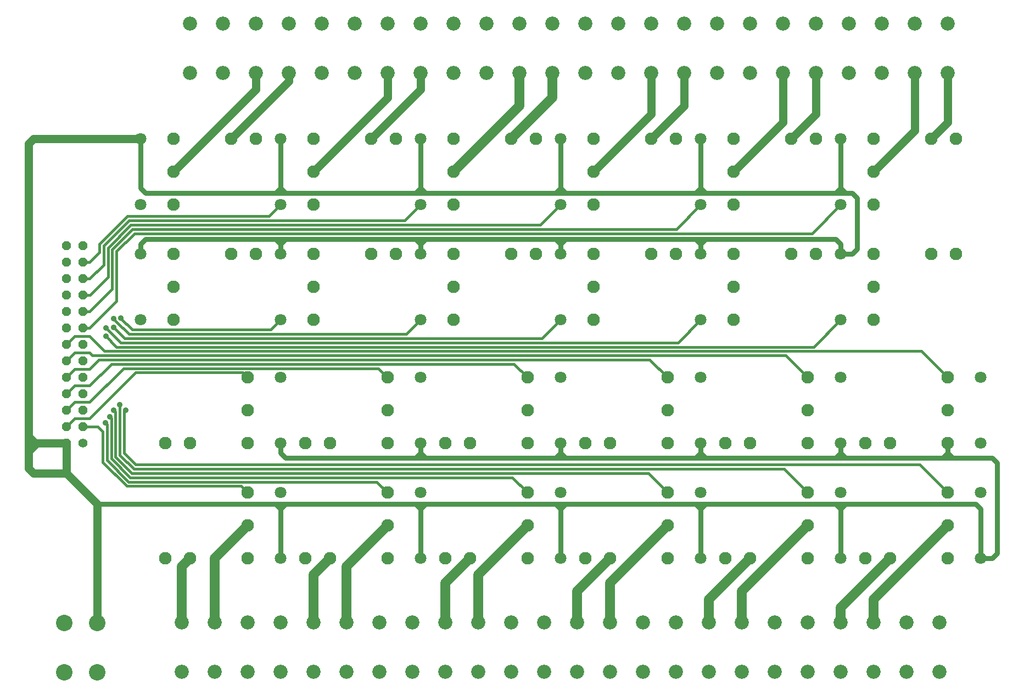
<source format=gtl>
G75*
%MOIN*%
%OFA0B0*%
%FSLAX25Y25*%
%IPPOS*%
%LPD*%
%AMOC8*
5,1,8,0,0,1.08239X$1,22.5*
%
%ADD10C,0.05600*%
%ADD11OC8,0.05600*%
%ADD12C,0.07087*%
%ADD13C,0.07677*%
%ADD14C,0.10000*%
%ADD15C,0.08600*%
%ADD16C,0.05000*%
%ADD17C,0.03000*%
%ADD18C,0.06000*%
%ADD19C,0.01600*%
%ADD20C,0.03569*%
D10*
X0062838Y0175744D03*
D11*
X0052838Y0175744D03*
X0052838Y0185744D03*
X0062838Y0185744D03*
X0062838Y0195744D03*
X0052838Y0195744D03*
X0052838Y0205744D03*
X0062838Y0205744D03*
X0062838Y0215744D03*
X0052838Y0215744D03*
X0052838Y0225744D03*
X0062838Y0225744D03*
X0062838Y0235744D03*
X0052838Y0235744D03*
X0052838Y0245744D03*
X0062838Y0245744D03*
X0062838Y0255744D03*
X0052838Y0255744D03*
X0052838Y0265744D03*
X0062838Y0265744D03*
X0062838Y0275744D03*
X0052838Y0275744D03*
X0052838Y0285744D03*
X0062838Y0285744D03*
X0062838Y0295744D03*
X0052838Y0295744D03*
D12*
X0097838Y0290744D03*
X0097838Y0320744D03*
X0097838Y0360744D03*
X0182838Y0360744D03*
X0182838Y0320744D03*
X0182838Y0290744D03*
X0182838Y0250744D03*
X0182838Y0215744D03*
X0182838Y0175744D03*
X0182838Y0145744D03*
X0182838Y0105744D03*
X0267838Y0105744D03*
X0267838Y0145744D03*
X0267838Y0175744D03*
X0267838Y0215744D03*
X0267838Y0250744D03*
X0267838Y0290744D03*
X0267838Y0320744D03*
X0267838Y0360744D03*
X0352838Y0360744D03*
X0352838Y0320744D03*
X0352838Y0290744D03*
X0352838Y0250744D03*
X0352838Y0215744D03*
X0352838Y0175744D03*
X0352838Y0145744D03*
X0352838Y0105744D03*
X0437838Y0105744D03*
X0437838Y0145744D03*
X0437838Y0175744D03*
X0437838Y0215744D03*
X0437838Y0250744D03*
X0437838Y0290744D03*
X0437838Y0320744D03*
X0437838Y0360744D03*
X0522838Y0360744D03*
X0522838Y0320744D03*
X0522838Y0290744D03*
X0522838Y0250744D03*
X0522838Y0215744D03*
X0522838Y0175744D03*
X0522838Y0145744D03*
X0522838Y0105744D03*
X0607838Y0105744D03*
X0607838Y0145744D03*
X0607838Y0175744D03*
X0607838Y0215744D03*
X0097838Y0250744D03*
D13*
X0117838Y0250744D03*
X0117838Y0270744D03*
X0117838Y0290744D03*
X0152838Y0290744D03*
X0167838Y0290744D03*
X0202838Y0290744D03*
X0202838Y0270744D03*
X0202838Y0250744D03*
X0162838Y0215744D03*
X0162838Y0195744D03*
X0162838Y0175744D03*
X0197838Y0175744D03*
X0212838Y0175744D03*
X0247838Y0175744D03*
X0247838Y0195744D03*
X0247838Y0215744D03*
X0282838Y0175744D03*
X0297838Y0175744D03*
X0332838Y0175744D03*
X0332838Y0195744D03*
X0332838Y0215744D03*
X0367838Y0175744D03*
X0382838Y0175744D03*
X0417838Y0175744D03*
X0417838Y0195744D03*
X0417838Y0215744D03*
X0452838Y0175744D03*
X0467838Y0175744D03*
X0502838Y0175744D03*
X0502838Y0195744D03*
X0502838Y0215744D03*
X0537838Y0175744D03*
X0552838Y0175744D03*
X0587838Y0175744D03*
X0587838Y0195744D03*
X0587838Y0215744D03*
X0542838Y0250744D03*
X0542838Y0270744D03*
X0542838Y0290744D03*
X0507838Y0290744D03*
X0492838Y0290744D03*
X0457838Y0290744D03*
X0457838Y0270744D03*
X0457838Y0250744D03*
X0422838Y0290744D03*
X0407838Y0290744D03*
X0372838Y0290744D03*
X0372838Y0270744D03*
X0372838Y0250744D03*
X0337838Y0290744D03*
X0322838Y0290744D03*
X0287838Y0290744D03*
X0287838Y0270744D03*
X0287838Y0250744D03*
X0252838Y0290744D03*
X0237838Y0290744D03*
X0202838Y0320744D03*
X0202838Y0340744D03*
X0202838Y0360744D03*
X0167838Y0360744D03*
X0152838Y0360744D03*
X0117838Y0360744D03*
X0117838Y0340744D03*
X0117838Y0320744D03*
X0237838Y0360744D03*
X0252838Y0360744D03*
X0287838Y0360744D03*
X0287838Y0340744D03*
X0287838Y0320744D03*
X0322838Y0360744D03*
X0337838Y0360744D03*
X0372838Y0360744D03*
X0372838Y0340744D03*
X0372838Y0320744D03*
X0407838Y0360744D03*
X0422838Y0360744D03*
X0457838Y0360744D03*
X0457838Y0340744D03*
X0457838Y0320744D03*
X0492838Y0360744D03*
X0507838Y0360744D03*
X0542838Y0360744D03*
X0542838Y0340744D03*
X0542838Y0320744D03*
X0577838Y0290744D03*
X0592838Y0290744D03*
X0592838Y0360744D03*
X0577838Y0360744D03*
X0587838Y0145744D03*
X0587838Y0125744D03*
X0587838Y0105744D03*
X0552838Y0105744D03*
X0537838Y0105744D03*
X0502838Y0105744D03*
X0502838Y0125744D03*
X0502838Y0145744D03*
X0467838Y0105744D03*
X0452838Y0105744D03*
X0417838Y0105744D03*
X0417838Y0125744D03*
X0417838Y0145744D03*
X0382838Y0105744D03*
X0367838Y0105744D03*
X0332838Y0105744D03*
X0332838Y0125744D03*
X0332838Y0145744D03*
X0297838Y0105744D03*
X0282838Y0105744D03*
X0247838Y0105744D03*
X0247838Y0125744D03*
X0247838Y0145744D03*
X0212838Y0105744D03*
X0197838Y0105744D03*
X0162838Y0105744D03*
X0162838Y0125744D03*
X0162838Y0145744D03*
X0127838Y0175744D03*
X0112838Y0175744D03*
X0112838Y0105744D03*
X0127838Y0105744D03*
D14*
X0051617Y0036650D03*
X0071617Y0036650D03*
X0071617Y0066650D03*
X0051617Y0066650D03*
D15*
X0122838Y0066744D03*
X0142838Y0066744D03*
X0162838Y0066744D03*
X0182838Y0066744D03*
X0202838Y0066744D03*
X0222838Y0066744D03*
X0242838Y0066744D03*
X0262838Y0066744D03*
X0282838Y0066744D03*
X0302838Y0066744D03*
X0322838Y0066744D03*
X0342838Y0066744D03*
X0362838Y0066744D03*
X0382838Y0066744D03*
X0402838Y0066744D03*
X0422838Y0066744D03*
X0442838Y0066744D03*
X0462838Y0066744D03*
X0482838Y0066744D03*
X0502838Y0066744D03*
X0522838Y0066744D03*
X0542838Y0066744D03*
X0562838Y0066744D03*
X0582838Y0066744D03*
X0582838Y0036744D03*
X0562838Y0036744D03*
X0542838Y0036744D03*
X0522838Y0036744D03*
X0502838Y0036744D03*
X0482838Y0036744D03*
X0462838Y0036744D03*
X0442838Y0036744D03*
X0422838Y0036744D03*
X0402838Y0036744D03*
X0382838Y0036744D03*
X0362838Y0036744D03*
X0342838Y0036744D03*
X0322838Y0036744D03*
X0302838Y0036744D03*
X0282838Y0036744D03*
X0262838Y0036744D03*
X0242838Y0036744D03*
X0222838Y0036744D03*
X0202838Y0036744D03*
X0182838Y0036744D03*
X0162838Y0036744D03*
X0142838Y0036744D03*
X0122838Y0036744D03*
X0127838Y0400744D03*
X0147838Y0400744D03*
X0167838Y0400744D03*
X0187838Y0400744D03*
X0207838Y0400744D03*
X0227838Y0400744D03*
X0247838Y0400744D03*
X0267838Y0400744D03*
X0287838Y0400744D03*
X0307838Y0400744D03*
X0327838Y0400744D03*
X0347838Y0400744D03*
X0367838Y0400744D03*
X0387838Y0400744D03*
X0407838Y0400744D03*
X0427838Y0400744D03*
X0447838Y0400744D03*
X0467838Y0400744D03*
X0487838Y0400744D03*
X0507838Y0400744D03*
X0527838Y0400744D03*
X0547838Y0400744D03*
X0567838Y0400744D03*
X0587838Y0400744D03*
X0587838Y0430744D03*
X0567838Y0430744D03*
X0547838Y0430744D03*
X0527838Y0430744D03*
X0507838Y0430744D03*
X0487838Y0430744D03*
X0467838Y0430744D03*
X0447838Y0430744D03*
X0427838Y0430744D03*
X0407838Y0430744D03*
X0387838Y0430744D03*
X0367838Y0430744D03*
X0347838Y0430744D03*
X0327838Y0430744D03*
X0307838Y0430744D03*
X0287838Y0430744D03*
X0267838Y0430744D03*
X0247838Y0430744D03*
X0227838Y0430744D03*
X0207838Y0430744D03*
X0187838Y0430744D03*
X0167838Y0430744D03*
X0147838Y0430744D03*
X0127838Y0430744D03*
D16*
X0167838Y0400744D02*
X0167838Y0390744D01*
X0117838Y0340744D01*
X0097838Y0360744D02*
X0032838Y0360744D01*
X0029838Y0357744D01*
X0029838Y0179744D01*
X0033838Y0175744D01*
X0052838Y0175744D01*
X0034838Y0175744D01*
X0029838Y0170744D01*
X0029838Y0160524D01*
X0032838Y0157524D01*
X0052838Y0157524D01*
X0071617Y0138744D01*
X0071617Y0066650D01*
X0052838Y0157524D02*
X0052838Y0175744D01*
X0029838Y0179744D02*
X0029838Y0170744D01*
X0202838Y0340744D02*
X0247838Y0385744D01*
X0247838Y0400744D01*
X0267838Y0400744D02*
X0267838Y0390744D01*
X0237838Y0360744D01*
X0187838Y0395744D02*
X0187838Y0400744D01*
X0187838Y0395744D02*
X0152838Y0360744D01*
X0372838Y0340744D02*
X0407838Y0375744D01*
X0407838Y0400744D01*
X0427838Y0400744D02*
X0427838Y0380744D01*
X0407838Y0360744D01*
X0457838Y0340744D02*
X0487838Y0370744D01*
X0487838Y0400744D01*
X0507838Y0400744D02*
X0507838Y0375744D01*
X0492838Y0360744D01*
X0542838Y0340744D02*
X0567838Y0365744D01*
X0567838Y0400744D01*
X0587838Y0400744D02*
X0587838Y0370744D01*
X0577838Y0360744D01*
D17*
X0532838Y0324744D02*
X0532838Y0293744D01*
X0529838Y0290744D01*
X0522838Y0290744D01*
X0522838Y0296744D01*
X0519838Y0299744D01*
X0440838Y0299744D01*
X0434838Y0299744D01*
X0437838Y0296744D01*
X0437838Y0290744D01*
X0437838Y0296744D02*
X0440838Y0299744D01*
X0434838Y0299744D02*
X0355838Y0299744D01*
X0349838Y0299744D01*
X0352838Y0296744D01*
X0352838Y0290744D01*
X0352838Y0296744D02*
X0355838Y0299744D01*
X0349838Y0299744D02*
X0270838Y0299744D01*
X0264838Y0299744D01*
X0267838Y0296744D01*
X0267838Y0290744D01*
X0267838Y0296744D02*
X0270838Y0299744D01*
X0264838Y0299744D02*
X0185838Y0299744D01*
X0179838Y0299744D01*
X0182838Y0296744D01*
X0182838Y0290744D01*
X0182838Y0296744D02*
X0185838Y0299744D01*
X0179838Y0299744D02*
X0100838Y0299744D01*
X0097838Y0296744D01*
X0097838Y0290744D01*
X0100838Y0327744D02*
X0179838Y0327744D01*
X0185838Y0327744D01*
X0182838Y0330744D01*
X0182838Y0360744D01*
X0182838Y0330744D02*
X0179838Y0327744D01*
X0185838Y0327744D02*
X0264838Y0327744D01*
X0267838Y0330744D01*
X0270838Y0327744D01*
X0349838Y0327744D01*
X0352838Y0330744D01*
X0355838Y0327744D01*
X0434838Y0327744D01*
X0437838Y0330744D01*
X0440838Y0327744D01*
X0519838Y0327744D01*
X0525838Y0327744D01*
X0529838Y0327744D01*
X0532838Y0324744D01*
X0525838Y0327744D02*
X0522838Y0330744D01*
X0522838Y0360744D01*
X0522838Y0330744D02*
X0519838Y0327744D01*
X0440838Y0327744D02*
X0434838Y0327744D01*
X0437838Y0330744D02*
X0437838Y0360744D01*
X0352838Y0360744D02*
X0352838Y0330744D01*
X0355838Y0327744D02*
X0349838Y0327744D01*
X0270838Y0327744D02*
X0264838Y0327744D01*
X0267838Y0330744D02*
X0267838Y0360744D01*
X0097838Y0360744D02*
X0097838Y0330744D01*
X0100838Y0327744D01*
X0182838Y0175744D02*
X0182838Y0169744D01*
X0185838Y0166744D01*
X0264838Y0166744D01*
X0270838Y0166744D01*
X0267838Y0169744D01*
X0267838Y0175744D01*
X0267838Y0169744D02*
X0264838Y0166744D01*
X0270838Y0166744D02*
X0349838Y0166744D01*
X0355838Y0166744D01*
X0352838Y0169744D01*
X0352838Y0175744D01*
X0352838Y0169744D02*
X0349838Y0166744D01*
X0355838Y0166744D02*
X0434838Y0166744D01*
X0440838Y0166744D01*
X0437838Y0169744D01*
X0437838Y0175744D01*
X0437838Y0169744D02*
X0434838Y0166744D01*
X0440838Y0166744D02*
X0519838Y0166744D01*
X0525838Y0166744D01*
X0522838Y0169744D01*
X0522838Y0175744D01*
X0522838Y0169744D02*
X0519838Y0166744D01*
X0525838Y0166744D02*
X0584838Y0166744D01*
X0590838Y0166744D01*
X0587838Y0169744D01*
X0587838Y0175744D01*
X0587838Y0169744D02*
X0584838Y0166744D01*
X0590838Y0166744D02*
X0614838Y0166744D01*
X0617838Y0163744D01*
X0617838Y0108744D01*
X0614838Y0105744D01*
X0607838Y0105744D01*
X0607838Y0135744D01*
X0604838Y0138744D01*
X0525838Y0138744D01*
X0522838Y0135744D01*
X0522838Y0105744D01*
X0522838Y0135744D02*
X0519838Y0138744D01*
X0525838Y0138744D01*
X0519838Y0138744D02*
X0440838Y0138744D01*
X0437838Y0135744D01*
X0437838Y0105744D01*
X0437838Y0135744D02*
X0434838Y0138744D01*
X0440838Y0138744D01*
X0434838Y0138744D02*
X0355838Y0138744D01*
X0352838Y0135744D01*
X0352838Y0105744D01*
X0352838Y0135744D02*
X0349838Y0138744D01*
X0355838Y0138744D01*
X0349838Y0138744D02*
X0270838Y0138744D01*
X0267838Y0135744D01*
X0267838Y0105744D01*
X0267838Y0135744D02*
X0264838Y0138744D01*
X0270838Y0138744D01*
X0264838Y0138744D02*
X0185838Y0138744D01*
X0182838Y0135744D01*
X0182838Y0105744D01*
X0182838Y0135744D02*
X0179838Y0138744D01*
X0185838Y0138744D01*
X0179838Y0138744D02*
X0071617Y0138744D01*
D18*
X0122838Y0100744D02*
X0127838Y0105744D01*
X0122838Y0100744D02*
X0122838Y0066744D01*
X0142838Y0066744D02*
X0142838Y0105744D01*
X0162838Y0125744D01*
X0202838Y0095744D02*
X0212838Y0105744D01*
X0222838Y0100744D02*
X0247838Y0125744D01*
X0222838Y0100744D02*
X0222838Y0066744D01*
X0202838Y0066744D02*
X0202838Y0095744D01*
X0282838Y0090744D02*
X0282838Y0066744D01*
X0302838Y0066744D02*
X0302838Y0095744D01*
X0332838Y0125744D01*
X0297838Y0105744D02*
X0282838Y0090744D01*
X0362838Y0085744D02*
X0362838Y0066744D01*
X0382838Y0066744D02*
X0382838Y0090744D01*
X0417838Y0125744D01*
X0382838Y0105744D02*
X0362838Y0085744D01*
X0442838Y0080744D02*
X0442838Y0066744D01*
X0442838Y0080744D02*
X0467838Y0105744D01*
X0462838Y0085744D02*
X0502838Y0125744D01*
X0522838Y0075744D02*
X0552838Y0105744D01*
X0542838Y0080744D02*
X0587838Y0125744D01*
X0542838Y0080744D02*
X0542838Y0066744D01*
X0522838Y0066744D02*
X0522838Y0075744D01*
X0462838Y0066744D02*
X0462838Y0085744D01*
X0287838Y0340744D02*
X0327838Y0380744D01*
X0327838Y0400744D01*
X0347838Y0400744D02*
X0347838Y0385744D01*
X0322838Y0360744D01*
D19*
X0352838Y0320744D02*
X0340638Y0308544D01*
X0091915Y0308544D01*
X0078038Y0294667D01*
X0078038Y0276744D01*
X0067038Y0265744D01*
X0062838Y0265744D01*
X0062838Y0255744D02*
X0066838Y0255744D01*
X0080638Y0269544D01*
X0080638Y0293590D01*
X0092992Y0305944D01*
X0423038Y0305944D01*
X0437838Y0320744D01*
X0505438Y0303344D02*
X0522838Y0320744D01*
X0505438Y0303344D02*
X0094069Y0303344D01*
X0083238Y0292513D01*
X0083238Y0262144D01*
X0066838Y0245744D01*
X0062838Y0245744D01*
X0066838Y0240744D02*
X0057838Y0240744D01*
X0052838Y0235744D01*
X0057838Y0230744D02*
X0066838Y0230744D01*
X0068399Y0229183D01*
X0489399Y0229183D01*
X0502838Y0215744D01*
X0506476Y0234383D02*
X0083199Y0234383D01*
X0076838Y0240744D01*
X0076838Y0245913D02*
X0085768Y0236983D01*
X0424076Y0236983D01*
X0437838Y0250744D01*
X0406999Y0226583D02*
X0072676Y0226583D01*
X0066838Y0220744D01*
X0057838Y0220744D01*
X0052838Y0215744D01*
X0057838Y0210744D02*
X0066838Y0210744D01*
X0080076Y0223983D01*
X0324599Y0223983D01*
X0332838Y0215744D01*
X0341676Y0239583D02*
X0088237Y0239583D01*
X0081457Y0246363D01*
X0082941Y0249947D02*
X0081491Y0251397D01*
X0082941Y0249947D02*
X0082941Y0249947D01*
X0090706Y0242183D01*
X0259276Y0242183D01*
X0267838Y0250744D01*
X0242199Y0221383D02*
X0247838Y0215744D01*
X0242199Y0221383D02*
X0160502Y0221383D01*
X0160464Y0221344D01*
X0087438Y0221344D01*
X0066838Y0200744D01*
X0057838Y0200744D01*
X0052838Y0195744D01*
X0057838Y0190744D02*
X0066838Y0190744D01*
X0094838Y0218744D01*
X0159838Y0218744D01*
X0162838Y0215744D01*
X0176876Y0244783D02*
X0092838Y0244783D01*
X0086026Y0251595D01*
X0086026Y0251932D01*
X0066838Y0240744D02*
X0075799Y0231783D01*
X0571799Y0231783D01*
X0587838Y0215744D01*
X0522838Y0250744D02*
X0506476Y0234383D01*
X0417838Y0215744D02*
X0406999Y0226583D01*
X0352838Y0250744D02*
X0341676Y0239583D01*
X0267838Y0320744D02*
X0258238Y0311144D01*
X0090838Y0311144D01*
X0075438Y0295744D01*
X0075438Y0284344D01*
X0066838Y0275744D01*
X0062838Y0275744D01*
X0062838Y0285744D02*
X0066838Y0285744D01*
X0072838Y0291744D01*
X0072838Y0296821D01*
X0089761Y0313744D01*
X0175838Y0313744D01*
X0182838Y0320744D01*
X0182838Y0250744D02*
X0176876Y0244783D01*
X0088822Y0195744D02*
X0087838Y0194760D01*
X0087838Y0169744D01*
X0094838Y0162744D01*
X0570838Y0162744D01*
X0587838Y0145744D01*
X0502838Y0145744D02*
X0488438Y0160144D01*
X0093761Y0160144D01*
X0085238Y0168667D01*
X0085238Y0199244D01*
X0085238Y0199244D01*
X0081654Y0195744D02*
X0082638Y0194760D01*
X0082638Y0167590D01*
X0092684Y0157544D01*
X0102838Y0157544D01*
X0406038Y0157544D01*
X0417838Y0145744D01*
X0332838Y0145744D02*
X0323638Y0154944D01*
X0091607Y0154944D01*
X0080038Y0166513D01*
X0080038Y0190760D01*
X0079054Y0191744D01*
X0076454Y0188244D02*
X0077438Y0187260D01*
X0077438Y0165436D01*
X0090530Y0152344D01*
X0241238Y0152344D01*
X0247838Y0145744D01*
X0162838Y0145744D02*
X0158838Y0149744D01*
X0089453Y0149744D01*
X0074838Y0164359D01*
X0074838Y0182744D01*
X0071838Y0185744D01*
X0062838Y0185744D01*
X0057838Y0190744D02*
X0052838Y0185744D01*
X0052838Y0205744D02*
X0057838Y0210744D01*
X0052838Y0225744D02*
X0057838Y0230744D01*
X0099438Y0157544D02*
X0102838Y0157544D01*
D20*
X0076454Y0188244D03*
X0079054Y0191744D03*
X0081654Y0195744D03*
X0085238Y0199244D03*
X0088822Y0195744D03*
X0076838Y0240744D03*
X0076838Y0245913D03*
X0081457Y0246363D03*
X0081491Y0251397D03*
X0086026Y0251932D03*
M02*

</source>
